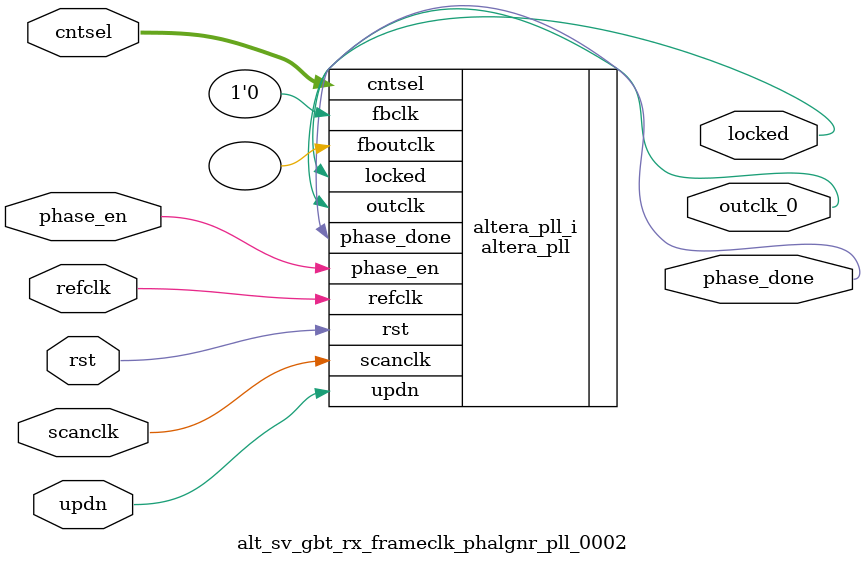
<source format=v>
`timescale 1ns/10ps
module  alt_sv_gbt_rx_frameclk_phalgnr_pll_0002(

	// interface 'refclk'
	input wire refclk,

	// interface 'reset'
	input wire rst,

	// interface 'outclk0'
	output wire outclk_0,

	// interface 'locked'
	output wire locked,

	// interface 'phase_en'
	input wire phase_en,

	// interface 'scanclk'
	input wire scanclk,

	// interface 'updn'
	input wire updn,

	// interface 'cntsel'
	input wire [4:0] cntsel,

	// interface 'phase_done'
	output wire phase_done
);

	altera_pll #(
		.fractional_vco_multiplier("false"),
		.reference_clock_frequency("120.0 MHz"),
		.pll_fractional_cout(32),
		.pll_dsm_out_sel("1st_order"),
		.operation_mode("direct"),
		.number_of_clocks(1),
		.output_clock_frequency0("40.000000 MHz"),
		.phase_shift0("0 ps"),
		.duty_cycle0(50),
		.output_clock_frequency1("0 MHz"),
		.phase_shift1("0 ps"),
		.duty_cycle1(50),
		.output_clock_frequency2("0 MHz"),
		.phase_shift2("0 ps"),
		.duty_cycle2(50),
		.output_clock_frequency3("0 MHz"),
		.phase_shift3("0 ps"),
		.duty_cycle3(50),
		.output_clock_frequency4("0 MHz"),
		.phase_shift4("0 ps"),
		.duty_cycle4(50),
		.output_clock_frequency5("0 MHz"),
		.phase_shift5("0 ps"),
		.duty_cycle5(50),
		.output_clock_frequency6("0 MHz"),
		.phase_shift6("0 ps"),
		.duty_cycle6(50),
		.output_clock_frequency7("0 MHz"),
		.phase_shift7("0 ps"),
		.duty_cycle7(50),
		.output_clock_frequency8("0 MHz"),
		.phase_shift8("0 ps"),
		.duty_cycle8(50),
		.output_clock_frequency9("0 MHz"),
		.phase_shift9("0 ps"),
		.duty_cycle9(50),
		.output_clock_frequency10("0 MHz"),
		.phase_shift10("0 ps"),
		.duty_cycle10(50),
		.output_clock_frequency11("0 MHz"),
		.phase_shift11("0 ps"),
		.duty_cycle11(50),
		.output_clock_frequency12("0 MHz"),
		.phase_shift12("0 ps"),
		.duty_cycle12(50),
		.output_clock_frequency13("0 MHz"),
		.phase_shift13("0 ps"),
		.duty_cycle13(50),
		.output_clock_frequency14("0 MHz"),
		.phase_shift14("0 ps"),
		.duty_cycle14(50),
		.output_clock_frequency15("0 MHz"),
		.phase_shift15("0 ps"),
		.duty_cycle15(50),
		.output_clock_frequency16("0 MHz"),
		.phase_shift16("0 ps"),
		.duty_cycle16(50),
		.output_clock_frequency17("0 MHz"),
		.phase_shift17("0 ps"),
		.duty_cycle17(50),
		.pll_type("Stratix V"),
		.pll_subtype("DPS"),
		.m_cnt_hi_div(3),
		.m_cnt_lo_div(3),
		.n_cnt_hi_div(256),
		.n_cnt_lo_div(256),
		.m_cnt_bypass_en("false"),
		.n_cnt_bypass_en("true"),
		.m_cnt_odd_div_duty_en("false"),
		.n_cnt_odd_div_duty_en("false"),
		.c_cnt_hi_div0(9),
		.c_cnt_lo_div0(9),
		.c_cnt_prst0(1),
		.c_cnt_ph_mux_prst0(0),
		.c_cnt_in_src0("ph_mux_clk"),
		.c_cnt_bypass_en0("false"),
		.c_cnt_odd_div_duty_en0("false"),
		.c_cnt_hi_div1(1),
		.c_cnt_lo_div1(1),
		.c_cnt_prst1(1),
		.c_cnt_ph_mux_prst1(0),
		.c_cnt_in_src1("ph_mux_clk"),
		.c_cnt_bypass_en1("true"),
		.c_cnt_odd_div_duty_en1("false"),
		.c_cnt_hi_div2(1),
		.c_cnt_lo_div2(1),
		.c_cnt_prst2(1),
		.c_cnt_ph_mux_prst2(0),
		.c_cnt_in_src2("ph_mux_clk"),
		.c_cnt_bypass_en2("true"),
		.c_cnt_odd_div_duty_en2("false"),
		.c_cnt_hi_div3(1),
		.c_cnt_lo_div3(1),
		.c_cnt_prst3(1),
		.c_cnt_ph_mux_prst3(0),
		.c_cnt_in_src3("ph_mux_clk"),
		.c_cnt_bypass_en3("true"),
		.c_cnt_odd_div_duty_en3("false"),
		.c_cnt_hi_div4(1),
		.c_cnt_lo_div4(1),
		.c_cnt_prst4(1),
		.c_cnt_ph_mux_prst4(0),
		.c_cnt_in_src4("ph_mux_clk"),
		.c_cnt_bypass_en4("true"),
		.c_cnt_odd_div_duty_en4("false"),
		.c_cnt_hi_div5(1),
		.c_cnt_lo_div5(1),
		.c_cnt_prst5(1),
		.c_cnt_ph_mux_prst5(0),
		.c_cnt_in_src5("ph_mux_clk"),
		.c_cnt_bypass_en5("true"),
		.c_cnt_odd_div_duty_en5("false"),
		.c_cnt_hi_div6(1),
		.c_cnt_lo_div6(1),
		.c_cnt_prst6(1),
		.c_cnt_ph_mux_prst6(0),
		.c_cnt_in_src6("ph_mux_clk"),
		.c_cnt_bypass_en6("true"),
		.c_cnt_odd_div_duty_en6("false"),
		.c_cnt_hi_div7(1),
		.c_cnt_lo_div7(1),
		.c_cnt_prst7(1),
		.c_cnt_ph_mux_prst7(0),
		.c_cnt_in_src7("ph_mux_clk"),
		.c_cnt_bypass_en7("true"),
		.c_cnt_odd_div_duty_en7("false"),
		.c_cnt_hi_div8(1),
		.c_cnt_lo_div8(1),
		.c_cnt_prst8(1),
		.c_cnt_ph_mux_prst8(0),
		.c_cnt_in_src8("ph_mux_clk"),
		.c_cnt_bypass_en8("true"),
		.c_cnt_odd_div_duty_en8("false"),
		.c_cnt_hi_div9(1),
		.c_cnt_lo_div9(1),
		.c_cnt_prst9(1),
		.c_cnt_ph_mux_prst9(0),
		.c_cnt_in_src9("ph_mux_clk"),
		.c_cnt_bypass_en9("true"),
		.c_cnt_odd_div_duty_en9("false"),
		.c_cnt_hi_div10(1),
		.c_cnt_lo_div10(1),
		.c_cnt_prst10(1),
		.c_cnt_ph_mux_prst10(0),
		.c_cnt_in_src10("ph_mux_clk"),
		.c_cnt_bypass_en10("true"),
		.c_cnt_odd_div_duty_en10("false"),
		.c_cnt_hi_div11(1),
		.c_cnt_lo_div11(1),
		.c_cnt_prst11(1),
		.c_cnt_ph_mux_prst11(0),
		.c_cnt_in_src11("ph_mux_clk"),
		.c_cnt_bypass_en11("true"),
		.c_cnt_odd_div_duty_en11("false"),
		.c_cnt_hi_div12(1),
		.c_cnt_lo_div12(1),
		.c_cnt_prst12(1),
		.c_cnt_ph_mux_prst12(0),
		.c_cnt_in_src12("ph_mux_clk"),
		.c_cnt_bypass_en12("true"),
		.c_cnt_odd_div_duty_en12("false"),
		.c_cnt_hi_div13(1),
		.c_cnt_lo_div13(1),
		.c_cnt_prst13(1),
		.c_cnt_ph_mux_prst13(0),
		.c_cnt_in_src13("ph_mux_clk"),
		.c_cnt_bypass_en13("true"),
		.c_cnt_odd_div_duty_en13("false"),
		.c_cnt_hi_div14(1),
		.c_cnt_lo_div14(1),
		.c_cnt_prst14(1),
		.c_cnt_ph_mux_prst14(0),
		.c_cnt_in_src14("ph_mux_clk"),
		.c_cnt_bypass_en14("true"),
		.c_cnt_odd_div_duty_en14("false"),
		.c_cnt_hi_div15(1),
		.c_cnt_lo_div15(1),
		.c_cnt_prst15(1),
		.c_cnt_ph_mux_prst15(0),
		.c_cnt_in_src15("ph_mux_clk"),
		.c_cnt_bypass_en15("true"),
		.c_cnt_odd_div_duty_en15("false"),
		.c_cnt_hi_div16(1),
		.c_cnt_lo_div16(1),
		.c_cnt_prst16(1),
		.c_cnt_ph_mux_prst16(0),
		.c_cnt_in_src16("ph_mux_clk"),
		.c_cnt_bypass_en16("true"),
		.c_cnt_odd_div_duty_en16("false"),
		.c_cnt_hi_div17(1),
		.c_cnt_lo_div17(1),
		.c_cnt_prst17(1),
		.c_cnt_ph_mux_prst17(0),
		.c_cnt_in_src17("ph_mux_clk"),
		.c_cnt_bypass_en17("true"),
		.c_cnt_odd_div_duty_en17("false"),
		.pll_vco_div(1),
		.pll_cp_current(20),
		.pll_bwctrl(2000),
		.pll_output_clk_frequency("720.0 MHz"),
		.pll_fractional_division("1"),
		.mimic_fbclk_type("none"),
		.pll_fbclk_mux_1("glb"),
		.pll_fbclk_mux_2("m_cnt"),
		.pll_m_cnt_in_src("ph_mux_clk")
	) altera_pll_i (
		.rst	(rst),
		.cntsel	(cntsel),
		.outclk	({outclk_0}),
		.locked	(locked),
		.phase_done	(phase_done),
		.fboutclk	( ),
		.fbclk	(1'b0),
		.refclk	(refclk),
		.phase_en	(phase_en),
		.scanclk	(scanclk),
		.updn	(updn)
	);
endmodule


</source>
